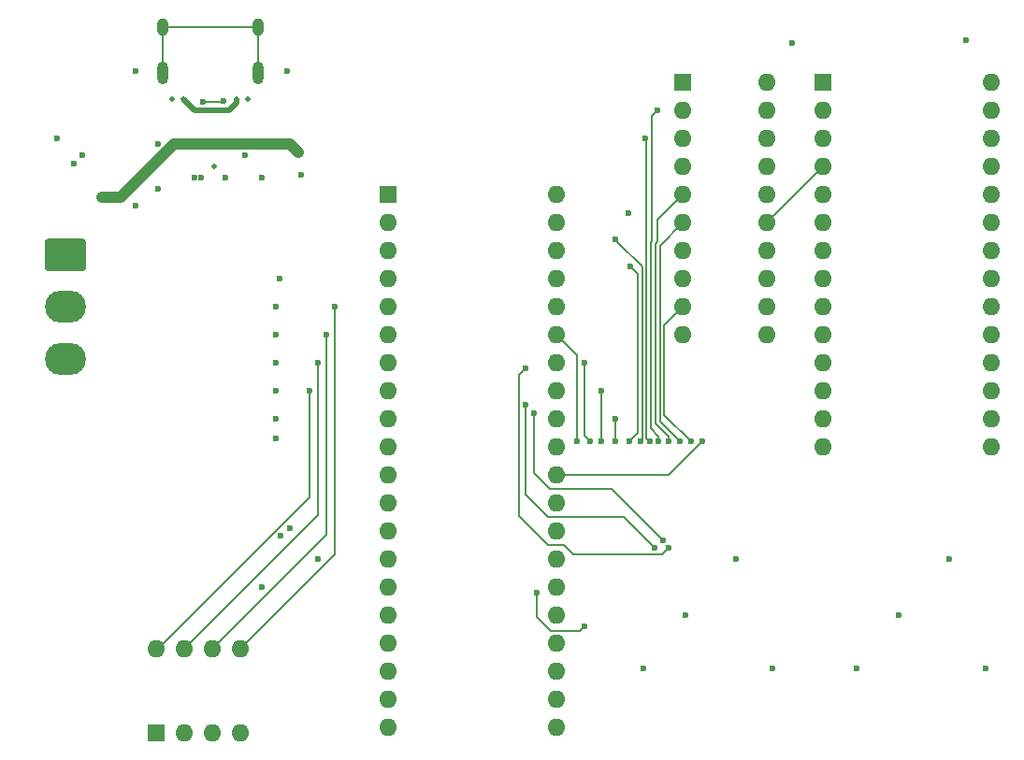
<source format=gbr>
%TF.GenerationSoftware,KiCad,Pcbnew,5.99.0+really5.1.10+dfsg1-1*%
%TF.CreationDate,2021-12-24T14:47:20+01:00*%
%TF.ProjectId,8051dumper,38303531-6475-46d7-9065-722e6b696361,1*%
%TF.SameCoordinates,PX60e4b00PYc1c9600*%
%TF.FileFunction,Copper,L4,Bot*%
%TF.FilePolarity,Positive*%
%FSLAX46Y46*%
G04 Gerber Fmt 4.6, Leading zero omitted, Abs format (unit mm)*
G04 Created by KiCad (PCBNEW 5.99.0+really5.1.10+dfsg1-1) date 2021-12-24 14:47:20*
%MOMM*%
%LPD*%
G01*
G04 APERTURE LIST*
%TA.AperFunction,ComponentPad*%
%ADD10O,1.600000X1.600000*%
%TD*%
%TA.AperFunction,ComponentPad*%
%ADD11R,1.600000X1.600000*%
%TD*%
%TA.AperFunction,ComponentPad*%
%ADD12O,1.000000X2.100000*%
%TD*%
%TA.AperFunction,ComponentPad*%
%ADD13O,1.000000X1.600000*%
%TD*%
%TA.AperFunction,ComponentPad*%
%ADD14O,3.708400X2.921000*%
%TD*%
%TA.AperFunction,ComponentPad*%
%ADD15O,1.600200X1.600200*%
%TD*%
%TA.AperFunction,ComponentPad*%
%ADD16R,1.600200X1.600200*%
%TD*%
%TA.AperFunction,ViaPad*%
%ADD17C,0.508000*%
%TD*%
%TA.AperFunction,ViaPad*%
%ADD18C,0.600000*%
%TD*%
%TA.AperFunction,Conductor*%
%ADD19C,0.200000*%
%TD*%
%TA.AperFunction,Conductor*%
%ADD20C,0.500000*%
%TD*%
%TA.AperFunction,Conductor*%
%ADD21C,1.000000*%
%TD*%
G04 APERTURE END LIST*
D10*
%TO.P,J1,8*%
%TO.N,~R4k*%
X14560000Y17270000D03*
%TO.P,J1,4*%
%TO.N,GND*%
X22180000Y9650000D03*
%TO.P,J1,7*%
%TO.N,~R8k*%
X17100000Y17270000D03*
%TO.P,J1,3*%
%TO.N,GND*%
X19640000Y9650000D03*
%TO.P,J1,6*%
%TO.N,~R16k*%
X19640000Y17270000D03*
%TO.P,J1,2*%
%TO.N,GND*%
X17100000Y9650000D03*
%TO.P,J1,5*%
%TO.N,~R32k*%
X22180000Y17270000D03*
D11*
%TO.P,J1,1*%
%TO.N,GND*%
X14560000Y9650000D03*
%TD*%
D12*
%TO.P,USB1,13*%
%TO.N,Net-(USB1-Pad13)*%
X23820000Y69420000D03*
X15180000Y69420000D03*
D13*
X23820000Y73600000D03*
X15180000Y73600000D03*
%TD*%
D10*
%TO.P,U2,20*%
%TO.N,+5V*%
X69850000Y68580000D03*
%TO.P,U2,10*%
%TO.N,GND*%
X62230000Y45720000D03*
%TO.P,U2,19*%
%TO.N,/A4*%
X69850000Y66040000D03*
%TO.P,U2,9*%
%TO.N,/A3*%
X62230000Y48260000D03*
%TO.P,U2,18*%
%TO.N,/AD4*%
X69850000Y63500000D03*
%TO.P,U2,8*%
%TO.N,/AD3*%
X62230000Y50800000D03*
%TO.P,U2,17*%
%TO.N,/AD5*%
X69850000Y60960000D03*
%TO.P,U2,7*%
%TO.N,/AD2*%
X62230000Y53340000D03*
%TO.P,U2,16*%
%TO.N,/A5*%
X69850000Y58420000D03*
%TO.P,U2,6*%
%TO.N,/A2*%
X62230000Y55880000D03*
%TO.P,U2,15*%
%TO.N,/A6*%
X69850000Y55880000D03*
%TO.P,U2,5*%
%TO.N,/A1*%
X62230000Y58420000D03*
%TO.P,U2,14*%
%TO.N,/AD6*%
X69850000Y53340000D03*
%TO.P,U2,4*%
%TO.N,/AD1*%
X62230000Y60960000D03*
%TO.P,U2,13*%
%TO.N,/AD7*%
X69850000Y50800000D03*
%TO.P,U2,3*%
%TO.N,/AD0*%
X62230000Y63500000D03*
%TO.P,U2,12*%
%TO.N,/A7*%
X69850000Y48260000D03*
%TO.P,U2,2*%
%TO.N,/A0*%
X62230000Y66040000D03*
%TO.P,U2,11*%
%TO.N,ALE*%
X69850000Y45720000D03*
D11*
%TO.P,U2,1*%
%TO.N,GND*%
X62230000Y68580000D03*
%TD*%
D14*
%TO.P,S1,3*%
%TO.N,GND*%
X6350000Y43561000D03*
%TO.P,S1,2*%
%TO.N,+5V*%
X6350000Y48260000D03*
%TO.P,S1,1*%
%TO.N,VBUS*%
%TA.AperFunction,ComponentPad*%
G36*
G01*
X4749926Y54419500D02*
X7950074Y54419500D01*
G75*
G02*
X8204200Y54165374I0J-254126D01*
G01*
X8204200Y51752626D01*
G75*
G02*
X7950074Y51498500I-254126J0D01*
G01*
X4749926Y51498500D01*
G75*
G02*
X4495800Y51752626I0J254126D01*
G01*
X4495800Y54165374D01*
G75*
G02*
X4749926Y54419500I254126J0D01*
G01*
G37*
%TD.AperFunction*%
%TD*%
D10*
%TO.P,U3,28*%
%TO.N,+5V*%
X90170000Y68580000D03*
%TO.P,U3,14*%
%TO.N,GND*%
X74930000Y35560000D03*
%TO.P,U3,27*%
%TO.N,+5V*%
X90170000Y66040000D03*
%TO.P,U3,13*%
%TO.N,/AD2*%
X74930000Y38100000D03*
%TO.P,U3,26*%
%TO.N,/A13*%
X90170000Y63500000D03*
%TO.P,U3,12*%
%TO.N,/AD1*%
X74930000Y40640000D03*
%TO.P,U3,25*%
%TO.N,/A8*%
X90170000Y60960000D03*
%TO.P,U3,11*%
%TO.N,/AD0*%
X74930000Y43180000D03*
%TO.P,U3,24*%
%TO.N,/A9*%
X90170000Y58420000D03*
%TO.P,U3,10*%
%TO.N,/A0*%
X74930000Y45720000D03*
%TO.P,U3,23*%
%TO.N,/A11*%
X90170000Y55880000D03*
%TO.P,U3,9*%
%TO.N,/A1*%
X74930000Y48260000D03*
%TO.P,U3,22*%
%TO.N,~PSEN*%
X90170000Y53340000D03*
%TO.P,U3,8*%
%TO.N,/A2*%
X74930000Y50800000D03*
%TO.P,U3,21*%
%TO.N,/A10*%
X90170000Y50800000D03*
%TO.P,U3,7*%
%TO.N,/A3*%
X74930000Y53340000D03*
%TO.P,U3,20*%
%TO.N,GND*%
X90170000Y48260000D03*
%TO.P,U3,6*%
%TO.N,/A4*%
X74930000Y55880000D03*
%TO.P,U3,19*%
%TO.N,/AD7*%
X90170000Y45720000D03*
%TO.P,U3,5*%
%TO.N,/A5*%
X74930000Y58420000D03*
%TO.P,U3,18*%
%TO.N,/AD6*%
X90170000Y43180000D03*
%TO.P,U3,4*%
%TO.N,/A6*%
X74930000Y60960000D03*
%TO.P,U3,17*%
%TO.N,/AD5*%
X90170000Y40640000D03*
%TO.P,U3,3*%
%TO.N,/A7*%
X74930000Y63500000D03*
%TO.P,U3,16*%
%TO.N,/AD4*%
X90170000Y38100000D03*
%TO.P,U3,2*%
%TO.N,/A12*%
X74930000Y66040000D03*
%TO.P,U3,15*%
%TO.N,/AD3*%
X90170000Y35560000D03*
D11*
%TO.P,U3,1*%
%TO.N,/A14*%
X74930000Y68580000D03*
%TD*%
D15*
%TO.P,U1,40*%
%TO.N,+5V*%
X50800000Y58420000D03*
%TO.P,U1,20*%
%TO.N,GND*%
X35560000Y10160000D03*
%TO.P,U1,39*%
%TO.N,/AD0*%
X50800000Y55880000D03*
%TO.P,U1,19*%
%TO.N,GND*%
X35560000Y12700000D03*
%TO.P,U1,38*%
%TO.N,/AD1*%
X50800000Y53340000D03*
%TO.P,U1,18*%
%TO.N,/CLK*%
X35560000Y15240000D03*
%TO.P,U1,37*%
%TO.N,/AD2*%
X50800000Y50800000D03*
%TO.P,U1,17*%
%TO.N,Net-(U1-Pad17)*%
X35560000Y17780000D03*
%TO.P,U1,36*%
%TO.N,/AD3*%
X50800000Y48260000D03*
%TO.P,U1,16*%
%TO.N,Net-(U1-Pad16)*%
X35560000Y20320000D03*
%TO.P,U1,35*%
%TO.N,/AD4*%
X50800000Y45720000D03*
%TO.P,U1,15*%
%TO.N,Net-(U1-Pad15)*%
X35560000Y22860000D03*
%TO.P,U1,34*%
%TO.N,/AD5*%
X50800000Y43180000D03*
%TO.P,U1,14*%
%TO.N,Net-(U1-Pad14)*%
X35560000Y25400000D03*
%TO.P,U1,33*%
%TO.N,/AD6*%
X50800000Y40640000D03*
%TO.P,U1,13*%
%TO.N,Net-(U1-Pad13)*%
X35560000Y27940000D03*
%TO.P,U1,32*%
%TO.N,/AD7*%
X50800000Y38100000D03*
%TO.P,U1,12*%
%TO.N,Net-(U1-Pad12)*%
X35560000Y30480000D03*
%TO.P,U1,31*%
%TO.N,/~EA*%
X50800000Y35560000D03*
%TO.P,U1,11*%
%TO.N,TX*%
X35560000Y33020000D03*
%TO.P,U1,30*%
%TO.N,ALE*%
X50800000Y33020000D03*
%TO.P,U1,10*%
%TO.N,RX*%
X35560000Y35560000D03*
%TO.P,U1,29*%
%TO.N,~PSEN*%
X50800000Y30480000D03*
%TO.P,U1,9*%
%TO.N,RST*%
X35560000Y38100000D03*
%TO.P,U1,28*%
%TO.N,Net-(U1-Pad28)*%
X50800000Y27940000D03*
%TO.P,U1,8*%
%TO.N,~R4k*%
X35560000Y40640000D03*
%TO.P,U1,27*%
%TO.N,/A14*%
X50800000Y25400000D03*
%TO.P,U1,7*%
%TO.N,~R8k*%
X35560000Y43180000D03*
%TO.P,U1,26*%
%TO.N,/A13*%
X50800000Y22860000D03*
%TO.P,U1,6*%
%TO.N,~R16k*%
X35560000Y45720000D03*
%TO.P,U1,25*%
%TO.N,/A12*%
X50800000Y20320000D03*
%TO.P,U1,5*%
%TO.N,~R32k*%
X35560000Y48260000D03*
%TO.P,U1,24*%
%TO.N,/A11*%
X50800000Y17780000D03*
%TO.P,U1,4*%
%TO.N,~GRNBTN*%
X35560000Y50800000D03*
%TO.P,U1,23*%
%TO.N,/A10*%
X50800000Y15240000D03*
%TO.P,U1,3*%
%TO.N,~GRNLED*%
X35560000Y53340000D03*
%TO.P,U1,22*%
%TO.N,/A9*%
X50800000Y12700000D03*
%TO.P,U1,2*%
%TO.N,~REDLED*%
X35560000Y55880000D03*
%TO.P,U1,21*%
%TO.N,/A8*%
X50800000Y10160000D03*
D16*
%TO.P,U1,1*%
%TO.N,EA*%
X35560000Y58420000D03*
%TD*%
D17*
%TO.N,GND*%
X19812000Y60960000D03*
X16002000Y67056000D03*
X22860000Y67056000D03*
D18*
X12700000Y69596000D03*
X26416000Y69596000D03*
X22606000Y61976000D03*
X25400000Y38100000D03*
X7112000Y61214000D03*
X7874000Y61976000D03*
X14732000Y62992000D03*
X72136000Y72136000D03*
X87884000Y72390000D03*
X24130000Y22860000D03*
X20828000Y59944000D03*
X62484000Y20320000D03*
X81788000Y20320000D03*
X77978000Y15494000D03*
X89662000Y15494000D03*
X24130000Y59944000D03*
X26670000Y28194000D03*
X57346306Y56699694D03*
%TO.N,+5V*%
X14732000Y58928000D03*
X18657999Y59944000D03*
X18034000Y59944000D03*
X25400000Y36322000D03*
X5588000Y63500000D03*
X29210000Y25400000D03*
X58674000Y15494000D03*
X70358000Y15494000D03*
X67056000Y25400000D03*
X86360000Y25400000D03*
X27686000Y60198000D03*
X25400000Y48260000D03*
X25400000Y45720000D03*
X25400000Y43180000D03*
X25400000Y40640000D03*
X25805265Y27496722D03*
X25746000Y50800000D03*
%TO.N,~REDLED*%
X60960000Y26416000D03*
X48006000Y42672000D03*
%TO.N,~GRNLED*%
X48768000Y38608000D03*
X60452000Y27111858D03*
%TO.N,~GRNBTN*%
X48006000Y39370000D03*
X59690000Y26416000D03*
%TO.N,/AD0*%
X59242039Y36090278D03*
X58835990Y63500000D03*
%TO.N,/AD1*%
X58420000Y36068000D03*
X56134001Y54356001D03*
%TO.N,/AD2*%
X57404000Y36068000D03*
X57488001Y51900001D03*
%TO.N,/AD4*%
X52670010Y36068000D03*
%TO.N,/AD5*%
X53848000Y36068000D03*
X53340000Y43180000D03*
%TO.N,/AD6*%
X54864000Y36068000D03*
X54864000Y40640000D03*
%TO.N,/AD7*%
X56134000Y36068000D03*
X56134000Y38100000D03*
%TO.N,ALE*%
X64008000Y36068000D03*
%TO.N,~PSEN*%
X53340000Y19304000D03*
X49022000Y22351996D03*
%TO.N,/A3*%
X62992000Y36068000D03*
%TO.N,/A2*%
X61976000Y36068000D03*
%TO.N,/A1*%
X60960000Y36068000D03*
%TO.N,/A0*%
X59944000Y66040000D03*
X60079352Y36100104D03*
%TO.N,~R4k*%
X28448006Y40640000D03*
%TO.N,~R8k*%
X29210000Y43179996D03*
%TO.N,~R16k*%
X29972000Y45720000D03*
%TO.N,~R32k*%
X30734000Y48260000D03*
D17*
%TO.N,Net-(F1-Pad2)*%
X21844000Y67056000D03*
X17018000Y67056000D03*
X19812000Y66040000D03*
D18*
%TO.N,Net-(U4-Pad6)*%
X18796000Y66802000D03*
X20640117Y66880351D03*
%TO.N,VBUS*%
X27432000Y62484000D03*
X12700000Y57404000D03*
X9652000Y58166000D03*
%TD*%
D19*
%TO.N,~REDLED*%
X50038000Y26670000D02*
X47405999Y29302001D01*
X47405999Y42071999D02*
X48006000Y42672000D01*
X52351949Y25815999D02*
X51497948Y26670000D01*
X60359999Y25815999D02*
X52351949Y25815999D01*
X47405999Y29302001D02*
X47405999Y42071999D01*
X51497948Y26670000D02*
X50038000Y26670000D01*
X60960000Y26416000D02*
X60359999Y25815999D01*
%TO.N,~GRNLED*%
X48768000Y33221925D02*
X50239925Y31750000D01*
X48768000Y38608000D02*
X48768000Y33221925D01*
X50239925Y31750000D02*
X55813858Y31750000D01*
X55813858Y31750000D02*
X60452000Y27111858D01*
%TO.N,~GRNBTN*%
X56896000Y29210000D02*
X59690000Y26416000D01*
X50038000Y29210000D02*
X56896000Y29210000D01*
X48006000Y31242000D02*
X50038000Y29210000D01*
X48006000Y39370000D02*
X48006000Y31242000D01*
%TO.N,/AD0*%
X59242039Y36090278D02*
X58966022Y36366295D01*
X58966022Y63369968D02*
X58835990Y63500000D01*
X58966022Y36366295D02*
X58966022Y63369968D01*
%TO.N,/AD1*%
X58420000Y36068000D02*
X58566011Y36214011D01*
X58566011Y36214011D02*
X58566011Y51923991D01*
X58566011Y51923991D02*
X56434000Y54056002D01*
X56434000Y54056002D02*
X56134001Y54356001D01*
%TO.N,/AD2*%
X58166000Y51222002D02*
X57488001Y51900001D01*
X58166000Y36830000D02*
X58166000Y51222002D01*
X57404000Y36068000D02*
X58166000Y36830000D01*
%TO.N,/AD4*%
X50800000Y45720000D02*
X52670010Y43849990D01*
X52670010Y43849990D02*
X52670010Y36068000D01*
%TO.N,/AD5*%
X53340000Y36576000D02*
X53340000Y43180000D01*
X53848000Y36068000D02*
X53340000Y36576000D01*
%TO.N,/AD6*%
X54864000Y36068000D02*
X54864000Y40640000D01*
%TO.N,/AD7*%
X56134000Y36068000D02*
X56134000Y38100000D01*
%TO.N,ALE*%
X50800000Y33020000D02*
X60960000Y33020000D01*
X60960000Y33020000D02*
X64008000Y36068000D01*
%TO.N,~PSEN*%
X52916101Y18880101D02*
X50291635Y18880101D01*
X53340000Y19304000D02*
X52916101Y18880101D01*
X50291635Y18880101D02*
X49022000Y20149736D01*
X49022000Y20149736D02*
X49022000Y22351996D01*
%TO.N,/A3*%
X60566066Y46596066D02*
X60566066Y38493934D01*
X62230000Y48260000D02*
X60566066Y46596066D01*
X60566066Y38493934D02*
X62992000Y36068000D01*
%TO.N,/A6*%
X69850000Y55880000D02*
X74930000Y60960000D01*
%TO.N,/A2*%
X62230000Y55880000D02*
X60166055Y53816055D01*
X60166055Y53816055D02*
X60166055Y37877945D01*
X60166055Y37877945D02*
X61976000Y36068000D01*
%TO.N,/A1*%
X61430001Y57620001D02*
X62230000Y58420000D01*
X59944000Y56134000D02*
X61430001Y57620001D01*
X59944000Y54159700D02*
X59944000Y56134000D01*
X59766044Y53981744D02*
X59944000Y54159700D01*
X59766044Y37712256D02*
X59766044Y53981744D01*
X60960000Y36518300D02*
X59766044Y37712256D01*
X60960000Y36068000D02*
X60960000Y36518300D01*
%TO.N,/A0*%
X60079352Y36524368D02*
X60079352Y36100104D01*
X59366033Y37237687D02*
X60079352Y36524368D01*
X59436000Y54217400D02*
X59366033Y54147433D01*
X59366033Y54147433D02*
X59366033Y37237687D01*
X59436000Y65532000D02*
X59436000Y54217400D01*
X59944000Y66040000D02*
X59436000Y65532000D01*
%TO.N,~R4k*%
X28448006Y40258008D02*
X28448006Y40640000D01*
X28448000Y40258002D02*
X28448006Y40258008D01*
X28448000Y30988000D02*
X28448000Y40258002D01*
X14730000Y17270000D02*
X28448000Y30988000D01*
X14560000Y17270000D02*
X14730000Y17270000D01*
%TO.N,~R8k*%
X17100000Y17270000D02*
X29210000Y29380000D01*
X29210000Y29380000D02*
X29210000Y43179996D01*
%TO.N,~R16k*%
X29972000Y27602000D02*
X29972000Y45720000D01*
X19640000Y17270000D02*
X29972000Y27602000D01*
%TO.N,~R32k*%
X30734000Y25824000D02*
X30734000Y48260000D01*
X22180000Y17270000D02*
X30734000Y25824000D01*
D20*
%TO.N,Net-(F1-Pad2)*%
X21187210Y66040000D02*
X19812000Y66040000D01*
X18034000Y66040000D02*
X19812000Y66040000D01*
X21844000Y67056000D02*
X21844000Y66696790D01*
X21844000Y66696790D02*
X21187210Y66040000D01*
X17018000Y67056000D02*
X18034000Y66040000D01*
D19*
%TO.N,Net-(U4-Pad6)*%
X20574000Y66802000D02*
X20640117Y66868117D01*
X20640117Y66868117D02*
X20640117Y66880351D01*
X18796000Y66802000D02*
X20574000Y66802000D01*
%TO.N,Net-(USB1-Pad13)*%
X15180000Y69420000D02*
X15180000Y73600000D01*
X15180000Y73600000D02*
X23820000Y73600000D01*
X23820000Y73600000D02*
X23820000Y69420000D01*
%TO.N,VBUS*%
X27432000Y62484000D02*
X27432000Y62230000D01*
D21*
X11386002Y58166000D02*
X9652000Y58166000D01*
X16196003Y62976001D02*
X11386002Y58166000D01*
X26685999Y62976001D02*
X16196003Y62976001D01*
X27432000Y62230000D02*
X26685999Y62976001D01*
%TD*%
M02*

</source>
